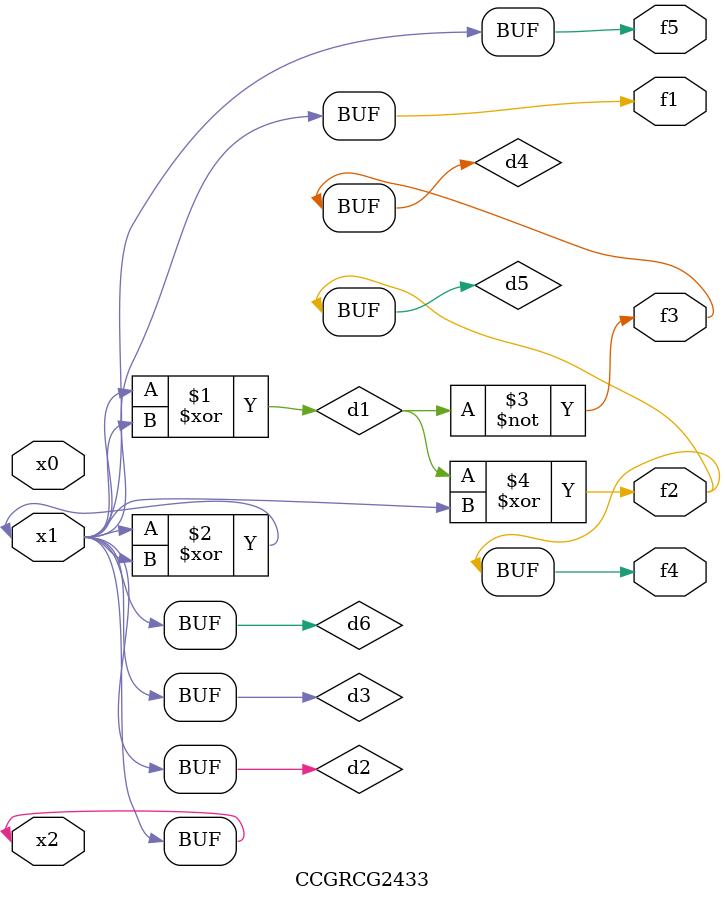
<source format=v>
module CCGRCG2433(
	input x0, x1, x2,
	output f1, f2, f3, f4, f5
);

	wire d1, d2, d3, d4, d5, d6;

	xor (d1, x1, x2);
	buf (d2, x1, x2);
	xor (d3, x1, x2);
	nor (d4, d1);
	xor (d5, d1, d2);
	buf (d6, d2, d3);
	assign f1 = d6;
	assign f2 = d5;
	assign f3 = d4;
	assign f4 = d5;
	assign f5 = d6;
endmodule

</source>
